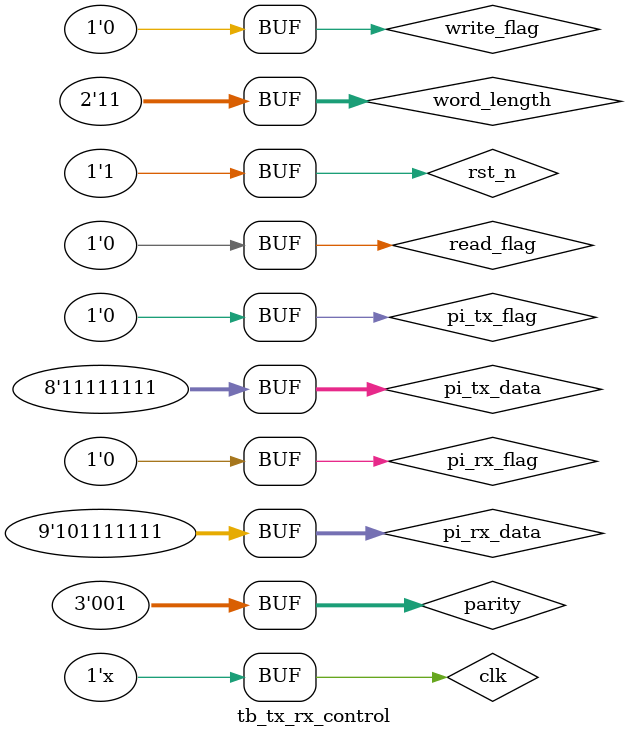
<source format=v>
`timescale 1ns/1ns
module tb_tx_rx_control();
  reg 					clk;
  reg 					rst_n;
  reg 	[1:0]   word_length;
  reg 	[2:0]   parity;
  reg 	[8:0]		pi_rx_data;
  reg 					pi_rx_flag;
  reg 					read_flag;
  reg 	[7:0]		pi_tx_data;
  reg 					pi_tx_flag;
  reg 					write_flag;

  wire	        parity_error;
  wire	[7:0]   po_rx_data;
  wire	        data_ready;
  wire	[8:0]   po_tx_data;
  wire	        po_tx_flag;

initial begin
  clk = 1'b1;
  rst_n <= 1'b0;
  word_length <= 2'd0;
  parity <= 3'd0;
  pi_rx_data <= 9'd0;
  pi_rx_flag <= 1'b0;
  read_flag <= 1'b0;
  pi_tx_data <= 8'd0;
  pi_tx_flag <= 1'b0;
  write_flag <= 1'b0;
  #10
  rst_n <= 1'b1;
end

initial begin
  #100
  word_length <= 2'b11;
  parity <= 3'b001;
  #100
  pi_rx_data <= 9'b1_0111_1111;
  pi_rx_flag <= 1'b1;
  #20
  pi_rx_flag <= 1'b0;
  #80
  read_flag <= 1'b1;
  #20
  read_flag <= 1'b0;
  #100
  pi_tx_data <= 8'b1111_1111;
  write_flag <= 1'b1;
  #20
  write_flag <= 1'b0;
end

always #10 clk = ~clk;

tx_rx_control tx_rx_control_inst (
  .clk(clk),
  .rst_n(rst_n),
  .word_length(word_length),
  .parity(parity),
  .pi_rx_data(pi_rx_data),
  .pi_rx_flag(pi_rx_flag),
  .read_flag(read_flag),
  .pi_tx_data(pi_tx_data),
  .pi_tx_flag(pi_tx_flag),
  .write_flag(write_flag),

  .parity_error(parity_error),
  .po_rx_data(po_rx_data),
  .data_ready(data_ready),
  .po_tx_data(po_tx_data),
  .po_tx_flag(po_tx_flag)
);

endmodule
</source>
